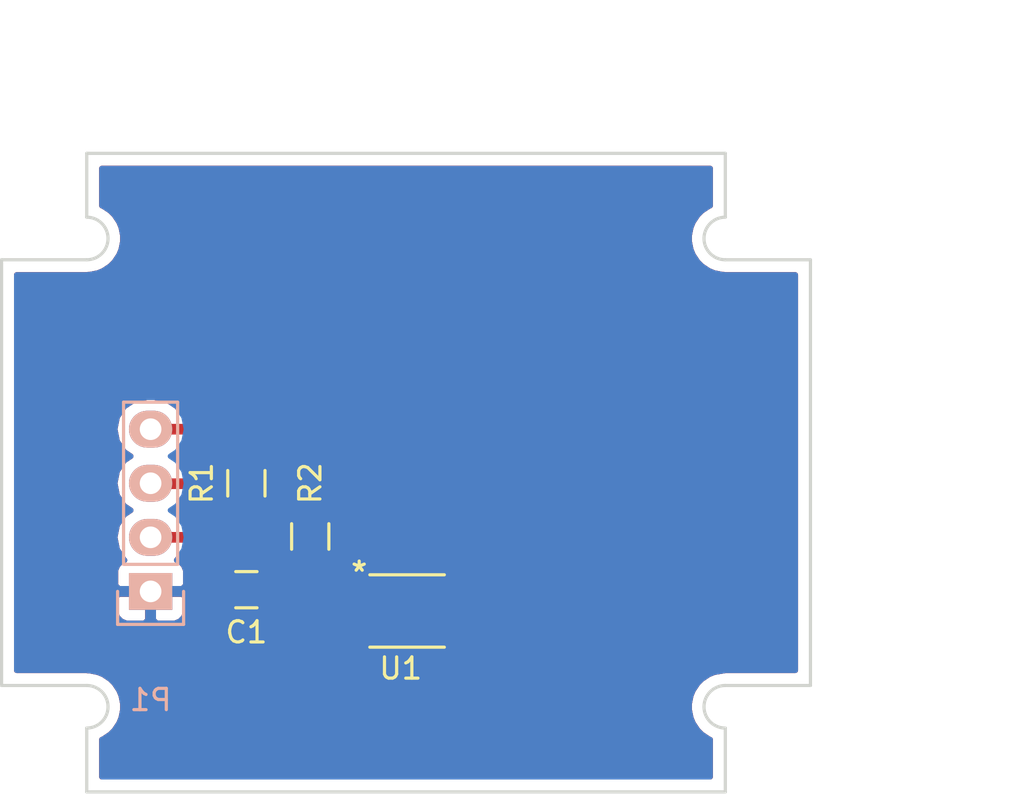
<source format=kicad_pcb>
(kicad_pcb (version 20160815) (host pcbnew "(2016-09-10 revision 7ad2f37)-master")

  (general
    (links 11)
    (no_connects 0)
    (area 133.5 83.3 188.000001 122.500001)
    (thickness 1.6)
    (drawings 19)
    (tracks 29)
    (zones 0)
    (modules 5)
    (nets 5)
  )

  (page A4)
  (layers
    (0 F.Cu signal hide)
    (31 B.Cu signal hide)
    (32 B.Adhes user hide)
    (33 F.Adhes user hide)
    (34 B.Paste user hide)
    (35 F.Paste user hide)
    (36 B.SilkS user)
    (37 F.SilkS user)
    (38 B.Mask user hide)
    (39 F.Mask user hide)
    (40 Dwgs.User user)
    (41 Cmts.User user)
    (42 Eco1.User user)
    (43 Eco2.User user)
    (44 Edge.Cuts user)
    (45 Margin user)
    (46 B.CrtYd user hide)
    (47 F.CrtYd user)
    (48 B.Fab user)
    (49 F.Fab user)
  )

  (setup
    (last_trace_width 0.5)
    (trace_clearance 0.2)
    (zone_clearance 0.508)
    (zone_45_only no)
    (trace_min 0.2)
    (segment_width 0.2)
    (edge_width 0.15)
    (via_size 0.6)
    (via_drill 0.4)
    (via_min_size 0.4)
    (via_min_drill 0.3)
    (uvia_size 0.3)
    (uvia_drill 0.1)
    (uvias_allowed no)
    (uvia_min_size 0.2)
    (uvia_min_drill 0.1)
    (pcb_text_width 0.3)
    (pcb_text_size 1.5 1.5)
    (mod_edge_width 0.15)
    (mod_text_size 1 1)
    (mod_text_width 0.15)
    (pad_size 1.524 1.524)
    (pad_drill 0.762)
    (pad_to_mask_clearance 0.2)
    (aux_axis_origin 155 111.5)
    (visible_elements FFFFFF7F)
    (pcbplotparams
      (layerselection 0x3d000_7ffffffe)
      (usegerberextensions false)
      (excludeedgelayer false)
      (linewidth 0.100000)
      (plotframeref false)
      (viasonmask false)
      (mode 1)
      (useauxorigin false)
      (hpglpennumber 1)
      (hpglpenspeed 20)
      (hpglpendiameter 15)
      (psnegative false)
      (psa4output false)
      (plotreference true)
      (plotvalue true)
      (plotinvisibletext false)
      (padsonsilk false)
      (subtractmaskfromsilk false)
      (outputformat 4)
      (mirror false)
      (drillshape 2)
      (scaleselection 1)
      (outputdirectory ditos-assembly))
  )

  (net 0 "")
  (net 1 GND)
  (net 2 VCC)
  (net 3 "Net-(P1-Pad3)")
  (net 4 "Net-(P1-Pad4)")

  (net_class Default "This is the default net class."
    (clearance 0.2)
    (trace_width 0.5)
    (via_dia 0.6)
    (via_drill 0.4)
    (uvia_dia 0.3)
    (uvia_drill 0.1)
    (diff_pair_gap 0.25)
    (diff_pair_width 0.2)
    (add_net GND)
    (add_net "Net-(P1-Pad3)")
    (add_net "Net-(P1-Pad4)")
    (add_net VCC)
  )

  (module Pin_Headers:Pin_Header_Straight_1x04 (layer B.Cu) (tedit 0) (tstamp 57D04402)
    (at 143 110.58)
    (descr "Through hole pin header")
    (tags "pin header")
    (path /57D0407D)
    (fp_text reference P1 (at 0 5.1) (layer B.SilkS)
      (effects (font (size 1 1) (thickness 0.15)) (justify mirror))
    )
    (fp_text value CONN_01X04 (at 0 3.1) (layer B.Fab)
      (effects (font (size 1 1) (thickness 0.15)) (justify mirror))
    )
    (fp_line (start -1.75 1.75) (end -1.75 -9.4) (layer B.CrtYd) (width 0.05))
    (fp_line (start 1.75 1.75) (end 1.75 -9.4) (layer B.CrtYd) (width 0.05))
    (fp_line (start -1.75 1.75) (end 1.75 1.75) (layer B.CrtYd) (width 0.05))
    (fp_line (start -1.75 -9.4) (end 1.75 -9.4) (layer B.CrtYd) (width 0.05))
    (fp_line (start -1.27 -1.27) (end -1.27 -8.89) (layer B.SilkS) (width 0.15))
    (fp_line (start 1.27 -1.27) (end 1.27 -8.89) (layer B.SilkS) (width 0.15))
    (fp_line (start 1.55 1.55) (end 1.55 0) (layer B.SilkS) (width 0.15))
    (fp_line (start -1.27 -8.89) (end 1.27 -8.89) (layer B.SilkS) (width 0.15))
    (fp_line (start 1.27 -1.27) (end -1.27 -1.27) (layer B.SilkS) (width 0.15))
    (fp_line (start -1.55 0) (end -1.55 1.55) (layer B.SilkS) (width 0.15))
    (fp_line (start -1.55 1.55) (end 1.55 1.55) (layer B.SilkS) (width 0.15))
    (pad 1 thru_hole rect (at 0 0) (size 2.032 1.7272) (drill 1.016) (layers *.Cu *.Mask B.SilkS)
      (net 1 GND))
    (pad 2 thru_hole oval (at 0 -2.54) (size 2.032 1.7272) (drill 1.016) (layers *.Cu *.Mask B.SilkS)
      (net 2 VCC))
    (pad 3 thru_hole oval (at 0 -5.08) (size 2.032 1.7272) (drill 1.016) (layers *.Cu *.Mask B.SilkS)
      (net 3 "Net-(P1-Pad3)"))
    (pad 4 thru_hole oval (at 0 -7.62) (size 2.032 1.7272) (drill 1.016) (layers *.Cu *.Mask B.SilkS)
      (net 4 "Net-(P1-Pad4)"))
    (model Pin_Headers.3dshapes/Pin_Header_Straight_1x04.wrl
      (at (xyz 0 -0.15 0))
      (scale (xyz 1 1 1))
      (rotate (xyz 0 0 90))
    )
  )

  (module Resistors_SMD:R_0805 (layer F.Cu) (tedit 5415CDEB) (tstamp 57D04408)
    (at 147.5 105.5 90)
    (descr "Resistor SMD 0805, reflow soldering, Vishay (see dcrcw.pdf)")
    (tags "resistor 0805")
    (path /57D043E8)
    (attr smd)
    (fp_text reference R1 (at 0 -2.1 90) (layer F.SilkS)
      (effects (font (size 1 1) (thickness 0.15)))
    )
    (fp_text value 4K7 (at 0 0 90) (layer F.Fab)
      (effects (font (size 1 1) (thickness 0.15)))
    )
    (fp_line (start -1.6 -1) (end 1.6 -1) (layer F.CrtYd) (width 0.05))
    (fp_line (start -1.6 1) (end 1.6 1) (layer F.CrtYd) (width 0.05))
    (fp_line (start -1.6 -1) (end -1.6 1) (layer F.CrtYd) (width 0.05))
    (fp_line (start 1.6 -1) (end 1.6 1) (layer F.CrtYd) (width 0.05))
    (fp_line (start 0.6 0.875) (end -0.6 0.875) (layer F.SilkS) (width 0.15))
    (fp_line (start -0.6 -0.875) (end 0.6 -0.875) (layer F.SilkS) (width 0.15))
    (pad 1 smd rect (at -0.95 0 90) (size 0.7 1.3) (layers F.Cu F.Paste F.Mask)
      (net 2 VCC))
    (pad 2 smd rect (at 0.95 0 90) (size 0.7 1.3) (layers F.Cu F.Paste F.Mask)
      (net 4 "Net-(P1-Pad4)"))
    (model Resistors_SMD.3dshapes/R_0805.wrl
      (at (xyz 0 0 0))
      (scale (xyz 1 1 1))
      (rotate (xyz 0 0 0))
    )
  )

  (module Resistors_SMD:R_0805 (layer F.Cu) (tedit 5415CDEB) (tstamp 57D0440E)
    (at 150.5 108 270)
    (descr "Resistor SMD 0805, reflow soldering, Vishay (see dcrcw.pdf)")
    (tags "resistor 0805")
    (path /57D043A1)
    (attr smd)
    (fp_text reference R2 (at -2.5 0 270) (layer F.SilkS)
      (effects (font (size 1 1) (thickness 0.15)))
    )
    (fp_text value 4K7 (at 0 0 270) (layer F.Fab)
      (effects (font (size 1 1) (thickness 0.15)))
    )
    (fp_line (start -1.6 -1) (end 1.6 -1) (layer F.CrtYd) (width 0.05))
    (fp_line (start -1.6 1) (end 1.6 1) (layer F.CrtYd) (width 0.05))
    (fp_line (start -1.6 -1) (end -1.6 1) (layer F.CrtYd) (width 0.05))
    (fp_line (start 1.6 -1) (end 1.6 1) (layer F.CrtYd) (width 0.05))
    (fp_line (start 0.6 0.875) (end -0.6 0.875) (layer F.SilkS) (width 0.15))
    (fp_line (start -0.6 -0.875) (end 0.6 -0.875) (layer F.SilkS) (width 0.15))
    (pad 1 smd rect (at -0.95 0 270) (size 0.7 1.3) (layers F.Cu F.Paste F.Mask)
      (net 3 "Net-(P1-Pad3)"))
    (pad 2 smd rect (at 0.95 0 270) (size 0.7 1.3) (layers F.Cu F.Paste F.Mask)
      (net 2 VCC))
    (model Resistors_SMD.3dshapes/R_0805.wrl
      (at (xyz 0 0 0))
      (scale (xyz 1 1 1))
      (rotate (xyz 0 0 0))
    )
  )

  (module TSL2561:TMB-6 (layer F.Cu) (tedit 55C9913D) (tstamp 57D04418)
    (at 155 111.5)
    (path /57D03F5E)
    (fp_text reference U1 (at -0.25 2.7) (layer F.SilkS)
      (effects (font (size 1 1) (thickness 0.15)))
    )
    (fp_text value TSL2561 (at 3.25 -0.25 90) (layer F.Fab)
      (effects (font (size 1 1) (thickness 0.15)))
    )
    (fp_text user * (at -2.2 -1.8) (layer F.SilkS)
      (effects (font (size 1 1) (thickness 0.15)))
    )
    (fp_line (start -1.7 1.7) (end 1.8 1.7) (layer F.SilkS) (width 0.15))
    (fp_line (start -1.7 -1.7) (end 1.8 -1.7) (layer F.SilkS) (width 0.15))
    (pad 1 smd rect (at -1.7 -0.95) (size 1.4 0.7) (layers F.Cu F.Paste F.Mask)
      (net 2 VCC))
    (pad 2 smd rect (at -1.7 0) (size 1.4 0.7) (layers F.Cu F.Paste F.Mask)
      (net 1 GND))
    (pad 3 smd rect (at -1.7 0.95) (size 1.4 0.7) (layers F.Cu F.Paste F.Mask)
      (net 1 GND))
    (pad 4 smd rect (at 1.7 0.95) (size 1.4 0.7) (layers F.Cu F.Paste F.Mask)
      (net 4 "Net-(P1-Pad4)"))
    (pad 5 smd rect (at 1.7 0) (size 1.4 0.7) (layers F.Cu F.Paste F.Mask))
    (pad 6 smd rect (at 1.7 -0.95) (size 1.4 0.7) (layers F.Cu F.Paste F.Mask)
      (net 3 "Net-(P1-Pad3)"))
  )

  (module Capacitors_SMD:C_0805 (layer F.Cu) (tedit 5415D6EA) (tstamp 57D15331)
    (at 147.5 110.5)
    (descr "Capacitor SMD 0805, reflow soldering, AVX (see smccp.pdf)")
    (tags "capacitor 0805")
    (path /57D047B5)
    (attr smd)
    (fp_text reference C1 (at 0 2) (layer F.SilkS)
      (effects (font (size 1 1) (thickness 0.15)))
    )
    (fp_text value 1uF (at 0 0) (layer F.Fab)
      (effects (font (size 1 1) (thickness 0.15)))
    )
    (fp_line (start -1.8 -1) (end 1.8 -1) (layer F.CrtYd) (width 0.05))
    (fp_line (start -1.8 1) (end 1.8 1) (layer F.CrtYd) (width 0.05))
    (fp_line (start -1.8 -1) (end -1.8 1) (layer F.CrtYd) (width 0.05))
    (fp_line (start 1.8 -1) (end 1.8 1) (layer F.CrtYd) (width 0.05))
    (fp_line (start 0.5 -0.85) (end -0.5 -0.85) (layer F.SilkS) (width 0.15))
    (fp_line (start -0.5 0.85) (end 0.5 0.85) (layer F.SilkS) (width 0.15))
    (pad 1 smd rect (at -1 0) (size 1 1.25) (layers F.Cu F.Paste F.Mask)
      (net 1 GND))
    (pad 2 smd rect (at 1 0) (size 1 1.25) (layers F.Cu F.Paste F.Mask)
      (net 2 VCC))
    (model Capacitors_SMD.3dshapes/C_0805.wrl
      (at (xyz 0 0 0))
      (scale (xyz 1 1 1))
      (rotate (xyz 0 0 0))
    )
  )

  (dimension 8.5 (width 0.3) (layer Eco1.User)
    (gr_text "8.500 mm" (at 162.35 115.75 90) (layer Eco1.User)
      (effects (font (size 1.5 1.5) (thickness 0.3)))
    )
    (feature1 (pts (xy 155 111.5) (xy 163.7 111.5)))
    (feature2 (pts (xy 155 120) (xy 163.7 120)))
    (crossbar (pts (xy 161 120) (xy 161 111.5)))
    (arrow1a (pts (xy 161 111.5) (xy 161.586421 112.626504)))
    (arrow1b (pts (xy 161 111.5) (xy 160.413579 112.626504)))
    (arrow2a (pts (xy 161 120) (xy 161.586421 118.873496)))
    (arrow2b (pts (xy 161 120) (xy 160.413579 118.873496)))
  )
  (gr_arc (start 170 94) (end 170 95) (angle 180) (layer Edge.Cuts) (width 0.15))
  (gr_arc (start 170 116) (end 170 117) (angle 180) (layer Edge.Cuts) (width 0.15))
  (gr_arc (start 140 116) (end 140 115) (angle 180) (layer Edge.Cuts) (width 0.15))
  (gr_arc (start 140 94) (end 140 93) (angle 180) (layer Edge.Cuts) (width 0.15))
  (gr_line (start 140 93) (end 140 90) (layer Edge.Cuts) (width 0.15))
  (gr_line (start 136 95) (end 140 95) (layer Edge.Cuts) (width 0.15))
  (gr_line (start 136 115) (end 136 95) (layer Edge.Cuts) (width 0.15))
  (gr_line (start 140 115) (end 136 115) (layer Edge.Cuts) (width 0.15))
  (gr_line (start 140 120) (end 140 117) (layer Edge.Cuts) (width 0.15))
  (gr_line (start 174 115) (end 170 115) (layer Edge.Cuts) (width 0.15))
  (gr_line (start 174 95) (end 174 115) (layer Edge.Cuts) (width 0.15))
  (gr_line (start 170 95) (end 174 95) (layer Edge.Cuts) (width 0.15))
  (gr_line (start 170 120) (end 170 117) (layer Edge.Cuts) (width 0.15))
  (gr_line (start 170 90) (end 170 93) (layer Edge.Cuts) (width 0.15))
  (gr_line (start 170 120) (end 140 120) (layer Edge.Cuts) (width 0.15))
  (gr_line (start 140 90) (end 170 90) (layer Edge.Cuts) (width 0.15))
  (dimension 30 (width 0.3) (layer Eco1.User)
    (gr_text "30.000 mm" (at 181.35 105 270) (layer Eco1.User)
      (effects (font (size 1.5 1.5) (thickness 0.3)))
    )
    (feature1 (pts (xy 170 120) (xy 182.7 120)))
    (feature2 (pts (xy 170 90) (xy 182.7 90)))
    (crossbar (pts (xy 180 90) (xy 180 120)))
    (arrow1a (pts (xy 180 120) (xy 179.413579 118.873496)))
    (arrow1b (pts (xy 180 120) (xy 180.586421 118.873496)))
    (arrow2a (pts (xy 180 90) (xy 179.413579 91.126504)))
    (arrow2b (pts (xy 180 90) (xy 180.586421 91.126504)))
  )
  (dimension 30 (width 0.3) (layer Eco1.User)
    (gr_text "30.000 mm" (at 155 84.65) (layer Eco1.User)
      (effects (font (size 1.5 1.5) (thickness 0.3)))
    )
    (feature1 (pts (xy 170 90) (xy 170 83.3)))
    (feature2 (pts (xy 140 90) (xy 140 83.3)))
    (crossbar (pts (xy 140 86) (xy 170 86)))
    (arrow1a (pts (xy 170 86) (xy 168.873496 86.586421)))
    (arrow1b (pts (xy 170 86) (xy 168.873496 85.413579)))
    (arrow2a (pts (xy 140 86) (xy 141.126504 86.586421)))
    (arrow2b (pts (xy 140 86) (xy 141.126504 85.413579)))
  )

  (segment (start 151.75 111.5) (end 153.3 111.5) (width 0.5) (layer F.Cu) (net 1))
  (segment (start 146.5 110.5) (end 146.5 111) (width 0.5) (layer F.Cu) (net 1))
  (segment (start 146.5 111) (end 147.5 112) (width 0.5) (layer F.Cu) (net 1) (tstamp 57E93326))
  (segment (start 147.5 112) (end 151 112) (width 0.5) (layer F.Cu) (net 1) (tstamp 57E93327))
  (segment (start 151 112) (end 151.5 111.5) (width 0.5) (layer F.Cu) (net 1) (tstamp 57E93328))
  (segment (start 150.5 110.5) (end 153.25 110.5) (width 0.5) (layer F.Cu) (net 2))
  (segment (start 148.5 110.5) (end 150.5 110.5) (width 0.5) (layer F.Cu) (net 2))
  (segment (start 150.5 110.5) (end 150.5 108.95) (width 0.5) (layer F.Cu) (net 2))
  (segment (start 153.25 110.5) (end 153.3 110.55) (width 0.5) (layer F.Cu) (net 2))
  (segment (start 147.54 108.04) (end 148.5 109) (width 0.5) (layer F.Cu) (net 2))
  (segment (start 148.5 109) (end 148.5 110.5) (width 0.5) (layer F.Cu) (net 2))
  (segment (start 147.5 106.5) (end 147.5 108) (width 0.5) (layer F.Cu) (net 2))
  (segment (start 147.5 108) (end 147.54 108.04) (width 0.5) (layer F.Cu) (net 2))
  (segment (start 147.54 108.04) (end 144.516 108.04) (width 0.5) (layer F.Cu) (net 2))
  (segment (start 144.516 108.04) (end 143 108.04) (width 0.5) (layer F.Cu) (net 2))
  (segment (start 143 105.5) (end 143.02192 105.52192) (width 0.5) (layer F.Cu) (net 3))
  (segment (start 143.02192 105.52192) (end 150.47808 105.52192) (width 0.5) (layer F.Cu) (net 3))
  (segment (start 150.47808 105.52192) (end 150.5 105.5) (width 0.5) (layer F.Cu) (net 3))
  (segment (start 150.5 105.5) (end 155.023497 105.5) (width 0.5) (layer F.Cu) (net 3))
  (segment (start 156.7 107.176503) (end 156.7 110.55) (width 0.5) (layer F.Cu) (net 3))
  (segment (start 155.023497 105.5) (end 156.7 107.176503) (width 0.5) (layer F.Cu) (net 3))
  (segment (start 150.5 107.05) (end 150.5 105.5) (width 0.5) (layer F.Cu) (net 3))
  (segment (start 147.5 102.96) (end 154.957912 102.96) (width 0.5) (layer F.Cu) (net 4))
  (segment (start 154.957912 102.96) (end 158.523552 106.52564) (width 0.5) (layer F.Cu) (net 4))
  (segment (start 158.523552 106.52564) (end 158.523552 112.084572) (width 0.5) (layer F.Cu) (net 4))
  (segment (start 158.523552 112.084572) (end 158.158124 112.45) (width 0.5) (layer F.Cu) (net 4))
  (segment (start 158.158124 112.45) (end 156.7 112.45) (width 0.5) (layer F.Cu) (net 4))
  (segment (start 143 102.96) (end 147.5 102.96) (width 0.5) (layer F.Cu) (net 4))
  (segment (start 147.5 104.6) (end 147.5 102.96) (width 0.5) (layer F.Cu) (net 4))

  (zone (net 1) (net_name GND) (layer F.Cu) (tstamp 0) (hatch edge 0.508)
    (connect_pads (clearance 0.508))
    (min_thickness 0.254)
    (fill yes (arc_segments 16) (thermal_gap 0.508) (thermal_bridge_width 0.508))
    (polygon
      (pts
        (xy 135 87.5) (xy 177.5 87.5) (xy 176.5 121.5) (xy 133.5 122.5)
      )
    )
    (filled_polygon
      (pts
        (xy 169.29 92.457968) (xy 169.222862 92.485777) (xy 168.898438 92.702549) (xy 168.739501 92.861487) (xy 168.702549 92.898439)
        (xy 168.485776 93.222862) (xy 168.4147 93.394456) (xy 168.379762 93.478804) (xy 168.303642 93.861487) (xy 168.303642 94.138513)
        (xy 168.379762 94.521196) (xy 168.399395 94.568593) (xy 168.485776 94.777138) (xy 168.702549 95.101561) (xy 168.70255 95.101562)
        (xy 168.898438 95.297451) (xy 169.222862 95.514223) (xy 169.328877 95.558136) (xy 169.478804 95.620238) (xy 169.861486 95.696358)
        (xy 169.931416 95.696358) (xy 170 95.71) (xy 173.29 95.71) (xy 173.29 114.29) (xy 170 114.29)
        (xy 169.931416 114.303642) (xy 169.478804 114.379762) (xy 169.406632 114.409657) (xy 169.222862 114.485777) (xy 168.898438 114.702549)
        (xy 168.739501 114.861487) (xy 168.702549 114.898439) (xy 168.485776 115.222862) (xy 168.4147 115.394456) (xy 168.379762 115.478804)
        (xy 168.303642 115.861487) (xy 168.303642 116.138513) (xy 168.379762 116.521196) (xy 168.399395 116.568593) (xy 168.485776 116.777138)
        (xy 168.702549 117.101561) (xy 168.70255 117.101562) (xy 168.898438 117.297451) (xy 169.222862 117.514223) (xy 169.29 117.542032)
        (xy 169.29 119.29) (xy 140.71 119.29) (xy 140.71 117.542033) (xy 140.777138 117.514224) (xy 141.101561 117.297451)
        (xy 141.101562 117.29745) (xy 141.297451 117.101562) (xy 141.514223 116.777138) (xy 141.558136 116.671123) (xy 141.620238 116.521196)
        (xy 141.696358 116.138514) (xy 141.696358 115.861486) (xy 141.620238 115.478804) (xy 141.558136 115.328877) (xy 141.514223 115.222862)
        (xy 141.297451 114.898438) (xy 141.101562 114.70255) (xy 141.101561 114.702549) (xy 140.777138 114.485776) (xy 140.593368 114.409657)
        (xy 140.521196 114.379762) (xy 140.138513 114.303642) (xy 140.068584 114.303642) (xy 140 114.29) (xy 136.71 114.29)
        (xy 136.71 112.73575) (xy 151.965 112.73575) (xy 151.965 112.92631) (xy 152.061673 113.159699) (xy 152.240302 113.338327)
        (xy 152.473691 113.435) (xy 153.01425 113.435) (xy 153.173 113.27625) (xy 153.173 112.577) (xy 153.427 112.577)
        (xy 153.427 113.27625) (xy 153.58575 113.435) (xy 154.126309 113.435) (xy 154.359698 113.338327) (xy 154.538327 113.159699)
        (xy 154.635 112.92631) (xy 154.635 112.73575) (xy 154.47625 112.577) (xy 153.427 112.577) (xy 153.173 112.577)
        (xy 152.12375 112.577) (xy 151.965 112.73575) (xy 136.71 112.73575) (xy 136.71 110.86575) (xy 141.349 110.86575)
        (xy 141.349 111.56991) (xy 141.445673 111.803299) (xy 141.624302 111.981927) (xy 141.857691 112.0786) (xy 142.71425 112.0786)
        (xy 142.873 111.91985) (xy 142.873 110.707) (xy 143.127 110.707) (xy 143.127 111.91985) (xy 143.28575 112.0786)
        (xy 144.142309 112.0786) (xy 144.375698 111.981927) (xy 144.554327 111.803299) (xy 144.651 111.56991) (xy 144.651 110.86575)
        (xy 144.571 110.78575) (xy 145.365 110.78575) (xy 145.365 111.25131) (xy 145.461673 111.484699) (xy 145.640302 111.663327)
        (xy 145.873691 111.76) (xy 146.21425 111.76) (xy 146.373 111.60125) (xy 146.373 110.627) (xy 145.52375 110.627)
        (xy 145.365 110.78575) (xy 144.571 110.78575) (xy 144.49225 110.707) (xy 143.127 110.707) (xy 142.873 110.707)
        (xy 141.50775 110.707) (xy 141.349 110.86575) (xy 136.71 110.86575) (xy 136.71 102.96) (xy 141.316655 102.96)
        (xy 141.430729 103.533489) (xy 141.755585 104.01967) (xy 142.070366 104.23) (xy 141.755585 104.44033) (xy 141.430729 104.926511)
        (xy 141.316655 105.5) (xy 141.430729 106.073489) (xy 141.755585 106.55967) (xy 142.070366 106.77) (xy 141.755585 106.98033)
        (xy 141.430729 107.466511) (xy 141.316655 108.04) (xy 141.430729 108.613489) (xy 141.755585 109.09967) (xy 141.77778 109.1145)
        (xy 141.624302 109.178073) (xy 141.445673 109.356701) (xy 141.349 109.59009) (xy 141.349 110.29425) (xy 141.50775 110.453)
        (xy 142.873 110.453) (xy 142.873 110.433) (xy 143.127 110.433) (xy 143.127 110.453) (xy 144.49225 110.453)
        (xy 144.651 110.29425) (xy 144.651 109.74869) (xy 145.365 109.74869) (xy 145.365 110.21425) (xy 145.52375 110.373)
        (xy 146.373 110.373) (xy 146.373 109.39875) (xy 146.21425 109.24) (xy 145.873691 109.24) (xy 145.640302 109.336673)
        (xy 145.461673 109.515301) (xy 145.365 109.74869) (xy 144.651 109.74869) (xy 144.651 109.59009) (xy 144.554327 109.356701)
        (xy 144.375698 109.178073) (xy 144.22222 109.1145) (xy 144.244415 109.09967) (xy 144.361126 108.925) (xy 147.17342 108.925)
        (xy 147.615 109.366579) (xy 147.615 109.368541) (xy 147.542191 109.417191) (xy 147.501346 109.47832) (xy 147.359698 109.336673)
        (xy 147.126309 109.24) (xy 146.78575 109.24) (xy 146.627 109.39875) (xy 146.627 110.373) (xy 146.647 110.373)
        (xy 146.647 110.627) (xy 146.627 110.627) (xy 146.627 111.60125) (xy 146.78575 111.76) (xy 147.126309 111.76)
        (xy 147.359698 111.663327) (xy 147.501346 111.52168) (xy 147.542191 111.582809) (xy 147.752235 111.723157) (xy 148 111.77244)
        (xy 149 111.77244) (xy 149.247765 111.723157) (xy 149.457809 111.582809) (xy 149.589982 111.385) (xy 152.182885 111.385)
        (xy 152.352235 111.498157) (xy 152.380209 111.503721) (xy 152.240302 111.561673) (xy 152.174975 111.627) (xy 152.12375 111.627)
        (xy 151.965 111.78575) (xy 151.965 112.16425) (xy 152.12375 112.323) (xy 152.174975 112.323) (xy 152.240302 112.388327)
        (xy 152.473691 112.485) (xy 153.01425 112.485) (xy 153.173 112.32625) (xy 153.173 112.303) (xy 153.427 112.303)
        (xy 153.427 112.32625) (xy 153.58575 112.485) (xy 154.126309 112.485) (xy 154.359698 112.388327) (xy 154.425025 112.323)
        (xy 154.47625 112.323) (xy 154.635 112.16425) (xy 154.635 111.78575) (xy 154.47625 111.627) (xy 154.425025 111.627)
        (xy 154.359698 111.561673) (xy 154.219791 111.503721) (xy 154.247765 111.498157) (xy 154.435074 111.373) (xy 154.47625 111.373)
        (xy 154.635 111.21425) (xy 154.635 111.02369) (xy 154.626783 111.003852) (xy 154.64744 110.9) (xy 154.64744 110.2)
        (xy 154.598157 109.952235) (xy 154.457809 109.742191) (xy 154.247765 109.601843) (xy 154 109.55256) (xy 152.6 109.55256)
        (xy 152.352235 109.601843) (xy 152.332544 109.615) (xy 151.703232 109.615) (xy 151.748157 109.547765) (xy 151.79744 109.3)
        (xy 151.79744 108.6) (xy 151.748157 108.352235) (xy 151.607809 108.142191) (xy 151.397765 108.001843) (xy 151.3885 108)
        (xy 151.397765 107.998157) (xy 151.607809 107.857809) (xy 151.748157 107.647765) (xy 151.79744 107.4) (xy 151.79744 106.7)
        (xy 151.748157 106.452235) (xy 151.703232 106.385) (xy 154.656917 106.385) (xy 155.815 107.543082) (xy 155.815 109.589358)
        (xy 155.752235 109.601843) (xy 155.542191 109.742191) (xy 155.401843 109.952235) (xy 155.35256 110.2) (xy 155.35256 110.9)
        (xy 155.377424 111.025) (xy 155.35256 111.15) (xy 155.35256 111.85) (xy 155.377424 111.975) (xy 155.35256 112.1)
        (xy 155.35256 112.8) (xy 155.401843 113.047765) (xy 155.542191 113.257809) (xy 155.752235 113.398157) (xy 156 113.44744)
        (xy 157.4 113.44744) (xy 157.647765 113.398157) (xy 157.742285 113.335) (xy 158.158119 113.335) (xy 158.158124 113.335001)
        (xy 158.440608 113.27881) (xy 158.496799 113.267633) (xy 158.783914 113.07579) (xy 159.149339 112.710364) (xy 159.149342 112.710362)
        (xy 159.341185 112.423247) (xy 159.360479 112.32625) (xy 159.408553 112.084572) (xy 159.408552 112.084567) (xy 159.408552 106.52564)
        (xy 159.341185 106.186965) (xy 159.149342 105.89985) (xy 159.149339 105.899848) (xy 155.583702 102.33421) (xy 155.296587 102.142367)
        (xy 155.240396 102.13119) (xy 154.957912 102.074999) (xy 154.957907 102.075) (xy 144.361126 102.075) (xy 144.244415 101.90033)
        (xy 143.758234 101.575474) (xy 143.184745 101.4614) (xy 142.815255 101.4614) (xy 142.241766 101.575474) (xy 141.755585 101.90033)
        (xy 141.430729 102.386511) (xy 141.316655 102.96) (xy 136.71 102.96) (xy 136.71 95.71) (xy 140 95.71)
        (xy 140.068584 95.696358) (xy 140.138513 95.696358) (xy 140.521196 95.620238) (xy 140.59616 95.589187) (xy 140.777138 95.514224)
        (xy 141.101561 95.297451) (xy 141.127307 95.271705) (xy 141.297451 95.101562) (xy 141.514223 94.777138) (xy 141.558136 94.671123)
        (xy 141.620238 94.521196) (xy 141.696358 94.138514) (xy 141.696358 93.861486) (xy 141.620238 93.478804) (xy 141.558136 93.328877)
        (xy 141.514223 93.222862) (xy 141.297451 92.898438) (xy 141.101562 92.70255) (xy 141.101561 92.702549) (xy 140.777138 92.485776)
        (xy 140.71 92.457967) (xy 140.71 90.71) (xy 169.29 90.71)
      )
    )
  )
  (zone (net 1) (net_name GND) (layer B.Cu) (tstamp 0) (hatch edge 0.508)
    (connect_pads (clearance 0.508))
    (min_thickness 0.254)
    (fill yes (arc_segments 16) (thermal_gap 0.508) (thermal_bridge_width 0.508))
    (polygon
      (pts
        (xy 135 88.5) (xy 176 88.5) (xy 176 121) (xy 134 120.5)
      )
    )
    (filled_polygon
      (pts
        (xy 169.29 92.457968) (xy 169.222862 92.485777) (xy 168.898438 92.702549) (xy 168.739501 92.861487) (xy 168.702549 92.898439)
        (xy 168.485776 93.222862) (xy 168.4147 93.394456) (xy 168.379762 93.478804) (xy 168.303642 93.861487) (xy 168.303642 94.138513)
        (xy 168.379762 94.521196) (xy 168.399395 94.568593) (xy 168.485776 94.777138) (xy 168.702549 95.101561) (xy 168.70255 95.101562)
        (xy 168.898438 95.297451) (xy 169.222862 95.514223) (xy 169.328877 95.558136) (xy 169.478804 95.620238) (xy 169.861486 95.696358)
        (xy 169.931416 95.696358) (xy 170 95.71) (xy 173.29 95.71) (xy 173.29 114.29) (xy 170 114.29)
        (xy 169.931416 114.303642) (xy 169.478804 114.379762) (xy 169.406632 114.409657) (xy 169.222862 114.485777) (xy 168.898438 114.702549)
        (xy 168.739501 114.861487) (xy 168.702549 114.898439) (xy 168.485776 115.222862) (xy 168.4147 115.394456) (xy 168.379762 115.478804)
        (xy 168.303642 115.861487) (xy 168.303642 116.138513) (xy 168.379762 116.521196) (xy 168.399395 116.568593) (xy 168.485776 116.777138)
        (xy 168.702549 117.101561) (xy 168.70255 117.101562) (xy 168.898438 117.297451) (xy 169.222862 117.514223) (xy 169.29 117.542032)
        (xy 169.29 119.29) (xy 140.71 119.29) (xy 140.71 117.542033) (xy 140.777138 117.514224) (xy 141.101561 117.297451)
        (xy 141.101562 117.29745) (xy 141.297451 117.101562) (xy 141.514223 116.777138) (xy 141.558136 116.671123) (xy 141.620238 116.521196)
        (xy 141.696358 116.138514) (xy 141.696358 115.861486) (xy 141.620238 115.478804) (xy 141.558136 115.328877) (xy 141.514223 115.222862)
        (xy 141.297451 114.898438) (xy 141.101562 114.70255) (xy 141.101561 114.702549) (xy 140.777138 114.485776) (xy 140.593368 114.409657)
        (xy 140.521196 114.379762) (xy 140.138513 114.303642) (xy 140.068584 114.303642) (xy 140 114.29) (xy 136.71 114.29)
        (xy 136.71 110.86575) (xy 141.349 110.86575) (xy 141.349 111.56991) (xy 141.445673 111.803299) (xy 141.624302 111.981927)
        (xy 141.857691 112.0786) (xy 142.71425 112.0786) (xy 142.873 111.91985) (xy 142.873 110.707) (xy 143.127 110.707)
        (xy 143.127 111.91985) (xy 143.28575 112.0786) (xy 144.142309 112.0786) (xy 144.375698 111.981927) (xy 144.554327 111.803299)
        (xy 144.651 111.56991) (xy 144.651 110.86575) (xy 144.49225 110.707) (xy 143.127 110.707) (xy 142.873 110.707)
        (xy 141.50775 110.707) (xy 141.349 110.86575) (xy 136.71 110.86575) (xy 136.71 102.96) (xy 141.316655 102.96)
        (xy 141.430729 103.533489) (xy 141.755585 104.01967) (xy 142.070366 104.23) (xy 141.755585 104.44033) (xy 141.430729 104.926511)
        (xy 141.316655 105.5) (xy 141.430729 106.073489) (xy 141.755585 106.55967) (xy 142.070366 106.77) (xy 141.755585 106.98033)
        (xy 141.430729 107.466511) (xy 141.316655 108.04) (xy 141.430729 108.613489) (xy 141.755585 109.09967) (xy 141.77778 109.1145)
        (xy 141.624302 109.178073) (xy 141.445673 109.356701) (xy 141.349 109.59009) (xy 141.349 110.29425) (xy 141.50775 110.453)
        (xy 142.873 110.453) (xy 142.873 110.433) (xy 143.127 110.433) (xy 143.127 110.453) (xy 144.49225 110.453)
        (xy 144.651 110.29425) (xy 144.651 109.59009) (xy 144.554327 109.356701) (xy 144.375698 109.178073) (xy 144.22222 109.1145)
        (xy 144.244415 109.09967) (xy 144.569271 108.613489) (xy 144.683345 108.04) (xy 144.569271 107.466511) (xy 144.244415 106.98033)
        (xy 143.929634 106.77) (xy 144.244415 106.55967) (xy 144.569271 106.073489) (xy 144.683345 105.5) (xy 144.569271 104.926511)
        (xy 144.244415 104.44033) (xy 143.929634 104.23) (xy 144.244415 104.01967) (xy 144.569271 103.533489) (xy 144.683345 102.96)
        (xy 144.569271 102.386511) (xy 144.244415 101.90033) (xy 143.758234 101.575474) (xy 143.184745 101.4614) (xy 142.815255 101.4614)
        (xy 142.241766 101.575474) (xy 141.755585 101.90033) (xy 141.430729 102.386511) (xy 141.316655 102.96) (xy 136.71 102.96)
        (xy 136.71 95.71) (xy 140 95.71) (xy 140.068584 95.696358) (xy 140.138513 95.696358) (xy 140.521196 95.620238)
        (xy 140.59616 95.589187) (xy 140.777138 95.514224) (xy 141.101561 95.297451) (xy 141.127307 95.271705) (xy 141.297451 95.101562)
        (xy 141.514223 94.777138) (xy 141.558136 94.671123) (xy 141.620238 94.521196) (xy 141.696358 94.138514) (xy 141.696358 93.861486)
        (xy 141.620238 93.478804) (xy 141.558136 93.328877) (xy 141.514223 93.222862) (xy 141.297451 92.898438) (xy 141.101562 92.70255)
        (xy 141.101561 92.702549) (xy 140.777138 92.485776) (xy 140.71 92.457967) (xy 140.71 90.71) (xy 169.29 90.71)
      )
    )
  )
  (zone (net 1) (net_name GND) (layer F.Cu) (tstamp 58236C5B) (hatch edge 0.508)
    (connect_pads (clearance 0.508))
    (min_thickness 0.254)
    (fill yes (arc_segments 16) (thermal_gap 0.508) (thermal_bridge_width 0.508))
    (polygon
      (pts
        (xy 135 87.5) (xy 177.5 87.5) (xy 176.5 121.5) (xy 133.5 122.5)
      )
    )
    (filled_polygon
      (pts
        (xy 169.29 92.457968) (xy 169.222862 92.485777) (xy 168.898438 92.702549) (xy 168.739501 92.861487) (xy 168.702549 92.898439)
        (xy 168.485776 93.222862) (xy 168.4147 93.394456) (xy 168.379762 93.478804) (xy 168.303642 93.861487) (xy 168.303642 94.138513)
        (xy 168.379762 94.521196) (xy 168.399395 94.568593) (xy 168.485776 94.777138) (xy 168.702549 95.101561) (xy 168.70255 95.101562)
        (xy 168.898438 95.297451) (xy 169.222862 95.514223) (xy 169.328877 95.558136) (xy 169.478804 95.620238) (xy 169.861486 95.696358)
        (xy 169.931416 95.696358) (xy 170 95.71) (xy 173.29 95.71) (xy 173.29 114.29) (xy 170 114.29)
        (xy 169.931416 114.303642) (xy 169.478804 114.379762) (xy 169.406632 114.409657) (xy 169.222862 114.485777) (xy 168.898438 114.702549)
        (xy 168.739501 114.861487) (xy 168.702549 114.898439) (xy 168.485776 115.222862) (xy 168.4147 115.394456) (xy 168.379762 115.478804)
        (xy 168.303642 115.861487) (xy 168.303642 116.138513) (xy 168.379762 116.521196) (xy 168.399395 116.568593) (xy 168.485776 116.777138)
        (xy 168.702549 117.101561) (xy 168.70255 117.101562) (xy 168.898438 117.297451) (xy 169.222862 117.514223) (xy 169.29 117.542032)
        (xy 169.29 119.29) (xy 140.71 119.29) (xy 140.71 117.542033) (xy 140.777138 117.514224) (xy 141.101561 117.297451)
        (xy 141.101562 117.29745) (xy 141.297451 117.101562) (xy 141.514223 116.777138) (xy 141.558136 116.671123) (xy 141.620238 116.521196)
        (xy 141.696358 116.138514) (xy 141.696358 115.861486) (xy 141.620238 115.478804) (xy 141.558136 115.328877) (xy 141.514223 115.222862)
        (xy 141.297451 114.898438) (xy 141.101562 114.70255) (xy 141.101561 114.702549) (xy 140.777138 114.485776) (xy 140.593368 114.409657)
        (xy 140.521196 114.379762) (xy 140.138513 114.303642) (xy 140.068584 114.303642) (xy 140 114.29) (xy 136.71 114.29)
        (xy 136.71 112.73575) (xy 151.965 112.73575) (xy 151.965 112.92631) (xy 152.061673 113.159699) (xy 152.240302 113.338327)
        (xy 152.473691 113.435) (xy 153.01425 113.435) (xy 153.173 113.27625) (xy 153.173 112.577) (xy 153.427 112.577)
        (xy 153.427 113.27625) (xy 153.58575 113.435) (xy 154.126309 113.435) (xy 154.359698 113.338327) (xy 154.538327 113.159699)
        (xy 154.635 112.92631) (xy 154.635 112.73575) (xy 154.47625 112.577) (xy 153.427 112.577) (xy 153.173 112.577)
        (xy 152.12375 112.577) (xy 151.965 112.73575) (xy 136.71 112.73575) (xy 136.71 110.86575) (xy 141.349 110.86575)
        (xy 141.349 111.56991) (xy 141.445673 111.803299) (xy 141.624302 111.981927) (xy 141.857691 112.0786) (xy 142.71425 112.0786)
        (xy 142.873 111.91985) (xy 142.873 110.707) (xy 143.127 110.707) (xy 143.127 111.91985) (xy 143.28575 112.0786)
        (xy 144.142309 112.0786) (xy 144.375698 111.981927) (xy 144.554327 111.803299) (xy 144.651 111.56991) (xy 144.651 110.86575)
        (xy 144.571 110.78575) (xy 145.365 110.78575) (xy 145.365 111.25131) (xy 145.461673 111.484699) (xy 145.640302 111.663327)
        (xy 145.873691 111.76) (xy 146.21425 111.76) (xy 146.373 111.60125) (xy 146.373 110.627) (xy 145.52375 110.627)
        (xy 145.365 110.78575) (xy 144.571 110.78575) (xy 144.49225 110.707) (xy 143.127 110.707) (xy 142.873 110.707)
        (xy 141.50775 110.707) (xy 141.349 110.86575) (xy 136.71 110.86575) (xy 136.71 102.96) (xy 141.316655 102.96)
        (xy 141.430729 103.533489) (xy 141.755585 104.01967) (xy 142.070366 104.23) (xy 141.755585 104.44033) (xy 141.430729 104.926511)
        (xy 141.316655 105.5) (xy 141.430729 106.073489) (xy 141.755585 106.55967) (xy 142.070366 106.77) (xy 141.755585 106.98033)
        (xy 141.430729 107.466511) (xy 141.316655 108.04) (xy 141.430729 108.613489) (xy 141.755585 109.09967) (xy 141.77778 109.1145)
        (xy 141.624302 109.178073) (xy 141.445673 109.356701) (xy 141.349 109.59009) (xy 141.349 110.29425) (xy 141.50775 110.453)
        (xy 142.873 110.453) (xy 142.873 110.433) (xy 143.127 110.433) (xy 143.127 110.453) (xy 144.49225 110.453)
        (xy 144.651 110.29425) (xy 144.651 109.74869) (xy 145.365 109.74869) (xy 145.365 110.21425) (xy 145.52375 110.373)
        (xy 146.373 110.373) (xy 146.373 109.39875) (xy 146.21425 109.24) (xy 145.873691 109.24) (xy 145.640302 109.336673)
        (xy 145.461673 109.515301) (xy 145.365 109.74869) (xy 144.651 109.74869) (xy 144.651 109.59009) (xy 144.554327 109.356701)
        (xy 144.375698 109.178073) (xy 144.22222 109.1145) (xy 144.244415 109.09967) (xy 144.361126 108.925) (xy 147.17342 108.925)
        (xy 147.615 109.366579) (xy 147.615 109.368541) (xy 147.542191 109.417191) (xy 147.501346 109.47832) (xy 147.359698 109.336673)
        (xy 147.126309 109.24) (xy 146.78575 109.24) (xy 146.627 109.39875) (xy 146.627 110.373) (xy 146.647 110.373)
        (xy 146.647 110.627) (xy 146.627 110.627) (xy 146.627 111.60125) (xy 146.78575 111.76) (xy 147.126309 111.76)
        (xy 147.359698 111.663327) (xy 147.501346 111.52168) (xy 147.542191 111.582809) (xy 147.752235 111.723157) (xy 148 111.77244)
        (xy 149 111.77244) (xy 149.247765 111.723157) (xy 149.457809 111.582809) (xy 149.589982 111.385) (xy 152.182885 111.385)
        (xy 152.352235 111.498157) (xy 152.380209 111.503721) (xy 152.240302 111.561673) (xy 152.174975 111.627) (xy 152.12375 111.627)
        (xy 151.965 111.78575) (xy 151.965 112.16425) (xy 152.12375 112.323) (xy 152.174975 112.323) (xy 152.240302 112.388327)
        (xy 152.473691 112.485) (xy 153.01425 112.485) (xy 153.173 112.32625) (xy 153.173 112.303) (xy 153.427 112.303)
        (xy 153.427 112.32625) (xy 153.58575 112.485) (xy 154.126309 112.485) (xy 154.359698 112.388327) (xy 154.425025 112.323)
        (xy 154.47625 112.323) (xy 154.635 112.16425) (xy 154.635 111.78575) (xy 154.47625 111.627) (xy 154.425025 111.627)
        (xy 154.359698 111.561673) (xy 154.219791 111.503721) (xy 154.247765 111.498157) (xy 154.435074 111.373) (xy 154.47625 111.373)
        (xy 154.635 111.21425) (xy 154.635 111.02369) (xy 154.626783 111.003852) (xy 154.64744 110.9) (xy 154.64744 110.2)
        (xy 154.598157 109.952235) (xy 154.457809 109.742191) (xy 154.247765 109.601843) (xy 154 109.55256) (xy 152.6 109.55256)
        (xy 152.352235 109.601843) (xy 152.332544 109.615) (xy 151.703232 109.615) (xy 151.748157 109.547765) (xy 151.79744 109.3)
        (xy 151.79744 108.6) (xy 151.748157 108.352235) (xy 151.607809 108.142191) (xy 151.397765 108.001843) (xy 151.3885 108)
        (xy 151.397765 107.998157) (xy 151.607809 107.857809) (xy 151.748157 107.647765) (xy 151.79744 107.4) (xy 151.79744 106.7)
        (xy 151.748157 106.452235) (xy 151.703232 106.385) (xy 154.656917 106.385) (xy 155.815 107.543082) (xy 155.815 109.589358)
        (xy 155.752235 109.601843) (xy 155.542191 109.742191) (xy 155.401843 109.952235) (xy 155.35256 110.2) (xy 155.35256 110.9)
        (xy 155.377424 111.025) (xy 155.35256 111.15) (xy 155.35256 111.85) (xy 155.377424 111.975) (xy 155.35256 112.1)
        (xy 155.35256 112.8) (xy 155.401843 113.047765) (xy 155.542191 113.257809) (xy 155.752235 113.398157) (xy 156 113.44744)
        (xy 157.4 113.44744) (xy 157.647765 113.398157) (xy 157.742285 113.335) (xy 158.158119 113.335) (xy 158.158124 113.335001)
        (xy 158.440608 113.27881) (xy 158.496799 113.267633) (xy 158.783914 113.07579) (xy 159.149339 112.710364) (xy 159.149342 112.710362)
        (xy 159.341185 112.423247) (xy 159.360479 112.32625) (xy 159.408553 112.084572) (xy 159.408552 112.084567) (xy 159.408552 106.52564)
        (xy 159.341185 106.186965) (xy 159.149342 105.89985) (xy 159.149339 105.899848) (xy 155.583702 102.33421) (xy 155.296587 102.142367)
        (xy 155.240396 102.13119) (xy 154.957912 102.074999) (xy 154.957907 102.075) (xy 144.361126 102.075) (xy 144.244415 101.90033)
        (xy 143.758234 101.575474) (xy 143.184745 101.4614) (xy 142.815255 101.4614) (xy 142.241766 101.575474) (xy 141.755585 101.90033)
        (xy 141.430729 102.386511) (xy 141.316655 102.96) (xy 136.71 102.96) (xy 136.71 95.71) (xy 140 95.71)
        (xy 140.068584 95.696358) (xy 140.138513 95.696358) (xy 140.521196 95.620238) (xy 140.59616 95.589187) (xy 140.777138 95.514224)
        (xy 141.101561 95.297451) (xy 141.127307 95.271705) (xy 141.297451 95.101562) (xy 141.514223 94.777138) (xy 141.558136 94.671123)
        (xy 141.620238 94.521196) (xy 141.696358 94.138514) (xy 141.696358 93.861486) (xy 141.620238 93.478804) (xy 141.558136 93.328877)
        (xy 141.514223 93.222862) (xy 141.297451 92.898438) (xy 141.101562 92.70255) (xy 141.101561 92.702549) (xy 140.777138 92.485776)
        (xy 140.71 92.457967) (xy 140.71 90.71) (xy 169.29 90.71)
      )
    )
  )
)

</source>
